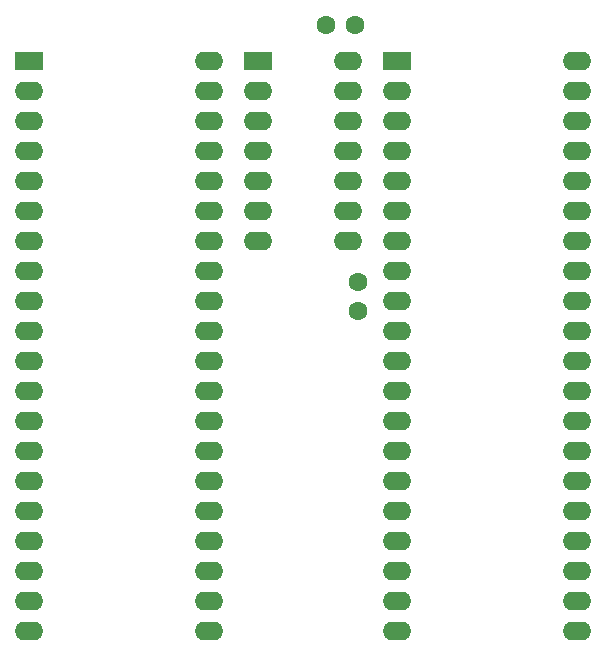
<source format=gbs>
G04 #@! TF.GenerationSoftware,KiCad,Pcbnew,(6.0.4-0)*
G04 #@! TF.CreationDate,2022-11-05T16:46:18+09:00*
G04 #@! TF.ProjectId,MC6800-SBC6809E,4d433638-3030-42d5-9342-433638303945,rev?*
G04 #@! TF.SameCoordinates,Original*
G04 #@! TF.FileFunction,Soldermask,Bot*
G04 #@! TF.FilePolarity,Negative*
%FSLAX46Y46*%
G04 Gerber Fmt 4.6, Leading zero omitted, Abs format (unit mm)*
G04 Created by KiCad (PCBNEW (6.0.4-0)) date 2022-11-05 16:46:18*
%MOMM*%
%LPD*%
G01*
G04 APERTURE LIST*
%ADD10R,2.400000X1.600000*%
%ADD11O,2.400000X1.600000*%
%ADD12C,1.600000*%
G04 APERTURE END LIST*
D10*
X130645000Y-74175000D03*
D11*
X130645000Y-76715000D03*
X130645000Y-79255000D03*
X130645000Y-81795000D03*
X130645000Y-84335000D03*
X130645000Y-86875000D03*
X130645000Y-89415000D03*
X138265000Y-89415000D03*
X138265000Y-86875000D03*
X138265000Y-84335000D03*
X138265000Y-81795000D03*
X138265000Y-79255000D03*
X138265000Y-76715000D03*
X138265000Y-74175000D03*
D10*
X111245000Y-74175000D03*
D11*
X111245000Y-76715000D03*
X111245000Y-79255000D03*
X111245000Y-81795000D03*
X111245000Y-84335000D03*
X111245000Y-86875000D03*
X111245000Y-89415000D03*
X111245000Y-91955000D03*
X111245000Y-94495000D03*
X111245000Y-97035000D03*
X111245000Y-99575000D03*
X111245000Y-102115000D03*
X111245000Y-104655000D03*
X111245000Y-107195000D03*
X111245000Y-109735000D03*
X111245000Y-112275000D03*
X111245000Y-114815000D03*
X111245000Y-117355000D03*
X111245000Y-119895000D03*
X111245000Y-122435000D03*
X126485000Y-122435000D03*
X126485000Y-119895000D03*
X126485000Y-117355000D03*
X126485000Y-114815000D03*
X126485000Y-112275000D03*
X126485000Y-109735000D03*
X126485000Y-107195000D03*
X126485000Y-104655000D03*
X126485000Y-102115000D03*
X126485000Y-99575000D03*
X126485000Y-97035000D03*
X126485000Y-94495000D03*
X126485000Y-91955000D03*
X126485000Y-89415000D03*
X126485000Y-86875000D03*
X126485000Y-84335000D03*
X126485000Y-81795000D03*
X126485000Y-79255000D03*
X126485000Y-76715000D03*
X126485000Y-74175000D03*
D12*
X139145000Y-92875000D03*
X139145000Y-95375000D03*
X138895000Y-71125000D03*
X136395000Y-71125000D03*
D10*
X142395000Y-74175000D03*
D11*
X142395000Y-76715000D03*
X142395000Y-79255000D03*
X142395000Y-81795000D03*
X142395000Y-84335000D03*
X142395000Y-86875000D03*
X142395000Y-89415000D03*
X142395000Y-91955000D03*
X142395000Y-94495000D03*
X142395000Y-97035000D03*
X142395000Y-99575000D03*
X142395000Y-102115000D03*
X142395000Y-104655000D03*
X142395000Y-107195000D03*
X142395000Y-109735000D03*
X142395000Y-112275000D03*
X142395000Y-114815000D03*
X142395000Y-117355000D03*
X142395000Y-119895000D03*
X142395000Y-122435000D03*
X157635000Y-122435000D03*
X157635000Y-119895000D03*
X157635000Y-117355000D03*
X157635000Y-114815000D03*
X157635000Y-112275000D03*
X157635000Y-109735000D03*
X157635000Y-107195000D03*
X157635000Y-104655000D03*
X157635000Y-102115000D03*
X157635000Y-99575000D03*
X157635000Y-97035000D03*
X157635000Y-94495000D03*
X157635000Y-91955000D03*
X157635000Y-89415000D03*
X157635000Y-86875000D03*
X157635000Y-84335000D03*
X157635000Y-81795000D03*
X157635000Y-79255000D03*
X157635000Y-76715000D03*
X157635000Y-74175000D03*
M02*

</source>
